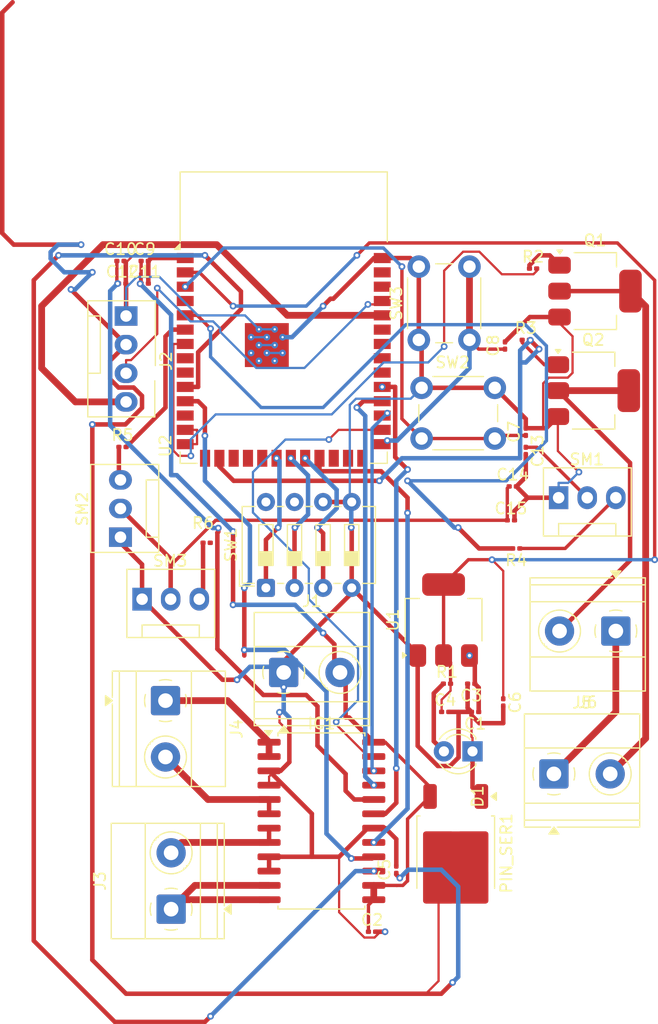
<source format=kicad_pcb>
(kicad_pcb (version 20241229) (generator "pcbnew") (generator_version "9.0")
  (layers (0 "F.Cu" signal) (2 "B.Cu" signal) (13 "F.Paste" user) (15 "B.Paste" user) (5 "F.SilkS" user "F.Silkscreen") (7 "B.SilkS" user "B.Silkscreen") (1 "F.Mask" user) (3 "B.Mask" user) (25 "Edge.Cuts" user))
  (net 0 "")
  (net 1 "+3.3V")
  (net 2 "GND")
  (net 3 "Net-(U1-VI)")
  (net 4 "VIN")
  (net 5 "+5")
  (net 6 "Net-(J5-Pin_2)")
  (net 7 "Net-(Q1-B)")
  (net 8 "Net-(Q2-B)")
  (net 9 "Net-(SM1-Pin_3)")
  (net 10 "VIN_SERV02")
  (net 11 "Net-(SM2-Pin_3)")
  (net 12 "VIN_SERV0")
  (net 13 "Net-(SM3-Pin_3)")
  (net 15 "TX")
  (net 16 "PIN_SERV01")
  (net 17 "PIN_DIP3")
  (net 19 "AIN2")
  (net 21 "PIN_SERV02")
  (net 22 "PWMA")
  (net 25 "PIN_DIP1")
  (net 26 "X")
  (net 28 "BIN1")
  (net 30 "BIN2")
  (net 33 "EN")
  (net 34 "PIN_PS1")
  (net 35 "PIN_PS2")
  (net 36 "BZ")
  (net 37 "STBY")
  (net 38 "RX")
  (net 39 "PWMB")
  (net 40 "PIN_DIP2")
  (net 41 "LAMP")
  (net 43 "AIN1")
  (net 45 "BT")
  (net 50 "Net-(IC1-VCC)")
  (net 51 "Net-(D1-A)")
  (net 52 "MA1")
  (net 53 "MB2")
  (net 54 "MB1")
  (net 55 "MA2")
  (net 56 "VIN-SERVO")
  (net 57 "Net-(J6-Pin_2)")
  (net 58 "PIN_SERV03")
  (footprint "Resistor_SMD:R_0201_0603Metric" (layer "F.Cu") (at 184.15 41.6725)
    (property "Reference" "R2")
    (property "Value" "1K")
  )
  (footprint "Connector:FanPinHeader_1x03_P2.54mm_Vertical" (layer "F.Cu") (at 147.5 65.5 90)
    (property "Reference" "SM2")
    (property "Value" "Conn_01x03_Pin")
  )
  (footprint "Package_TO_SOT_SMD:SOT-223-3_TabPin2" (layer "F.Cu") (at 189.5 52.5)
    (property "Reference" "Q2")
    (property "Value" "PZT2222A")
  )
  (footprint "Resistor_SMD:R_0201_0603Metric" (layer "F.Cu") (at 183.5 48)
    (property "Reference" "R3")
    (property "Value" "1K")
  )
  (footprint "Capacitor_SMD:C_0201_0603Metric" (layer "F.Cu") (at 183.5 56.155 90)
    (property "Reference" "C7")
    (property "Value" "0.1uf")
  )
  (footprint "RF_Module:ESP32-S3-WROOM-1" (layer "F.Cu") (at 162 46)
    (property "Reference" "U2")
    (property "Value" "ESP32-S3-WROOM-1")
  )
  (footprint "Capacitor_SMD:C_0201_0603Metric" (layer "F.Cu") (at 182.345 61)
    (property "Reference" "C14")
    (property "Value" "470uf")
  )
  (footprint "Button_Switch_THT:SW_PUSH_6mm_H7.3mm" (layer "F.Cu") (at 174 48 90)
    (property "Reference" "SW3")
    (property "Value" "SW_Push")
  )
  (footprint "Resistor_SMD:R_0201_0603Metric" (layer "F.Cu") (at 147.68 57.5)
    (property "Reference" "R5")
    (property "Value" "330")
  )
  (footprint "Capacitor_SMD:C_0201_0603Metric" (layer "F.Cu") (at 149.655 41)
    (property "Reference" "C9")
    (property "Value" "0.1uf")
  )
  (footprint "TerminalBlock_Phoenix:TerminalBlock_Phoenix_MKDS-1,5-2_1x02_P5.00mm_Horizontal" (layer "F.Cu") (at 151.5 80 -90)
    (property "Reference" "J4")
    (property "Value" "MOTOR2")
  )
  (footprint "Resistor_SMD:R_0201_0603Metric" (layer "F.Cu") (at 176.5 78.5)
    (property "Reference" "R1")
    (property "Value" "R")
  )
  (footprint "Button_Switch_THT:SW_DIP_SPSTx04_Slide_6.7x11.72mm_W7.62mm_P2.54mm_LowProfile" (layer "F.Cu") (at 160.42 70 90)
    (property "Reference" "SW1")
    (property "Value" "SW_DIP_x03")
  )
  (footprint "TerminalBlock_Phoenix:TerminalBlock_Phoenix_MKDS-1,5-2_1x02_P5.00mm_Horizontal" (layer "F.Cu") (at 152 98.5 90)
    (property "Reference" "J3")
    (property "Value" "MOTOT 1")
  )
  (footprint "Connector:FanPinHeader_1x03_P2.54mm_Vertical" (layer "F.Cu") (at 186.42 62)
    (property "Reference" "SM1")
    (property "Value" "Conn_01x03_Pin")
  )
  (footprint "Capacitor_SMD:C_0201_0603Metric" (layer "F.Cu") (at 178.655 78.5 180)
    (property "Reference" "C3")
    (property "Value" "0.1uf")
  )
  (footprint "Package_TO_SOT_SMD:SOT-223-3_TabPin2" (layer "F.Cu") (at 176.2 72.85 90)
    (property "Reference" "U1")
    (property "Value" "AMS1117-3.3")
  )
  (footprint "Capacitor_SMD:C_0201_0603Metric" (layer "F.Cu") (at 183.5 57.845 -90)
    (property "Reference" "C13")
    (property "Value" "470uf")
  )
  (footprint "TerminalBlock_Phoenix:TerminalBlock_Phoenix_MKDS-1,5-2_1x02_P5.00mm_Horizontal" (layer "F.Cu") (at 162 77.5)
    (property "Reference" "J1")
    (property "Value" "Screw_Terminal_01x02")
  )
  (footprint "Capacitor_SMD:C_0201_0603Metric" (layer "F.Cu") (at 169.845 100.5)
    (property "Reference" "C2")
    (property "Value" "0.1uf")
  )
  (footprint "Package_TO_SOT_SMD:SOT-223-3_TabPin2" (layer "F.Cu") (at 189.65 43.6725)
    (property "Reference" "Q1")
    (property "Value" "PZT2222A")
  )
  (footprint "Capacitor_SMD:C_0201_0603Metric" (layer "F.Cu") (at 147.5 41)
    (property "Reference" "C10")
    (property "Value" "0.1uf")
  )
  (footprint "Capacitor_SMD:C_0201_0603Metric" (layer "F.Cu") (at 149.655 43)
    (property "Reference" "C11")
    (property "Value" "10uf")
  )
  (footprint "Capacitor_SMD:C_0201_0603Metric" (layer "F.Cu") (at 147.655 43)
    (property "Reference" "C12")
    (property "Value" "10uf")
  )
  (footprint "TerminalBlock_Phoenix:TerminalBlock_Phoenix_MKDS-1,5-2_1x02_P5.00mm_Horizontal" (layer "F.Cu") (at 186 86.5)
    (property "Reference" "J5")
    (property "Value" "LAMP")
  )
  (footprint "Button_Switch_THT:SW_PUSH_6mm_H7.3mm" (layer "F.Cu") (at 174.25 52.25)
    (property "Reference" "SW2")
    (property "Value" "SW_Push")
  )
  (footprint "Capacitor_SMD:C_0201_0603Metric" (layer "F.Cu") (at 181.5 80.155 -90)
    (property "Reference" "C6")
    (property "Value" "0.1uf")
  )
  (footprint "LED_THT:LED_D3.0mm" (layer "F.Cu") (at 178.77 84.5 180)
    (property "Reference" "D1")
    (property "Value" "LED")
  )
  (footprint "Package_TO_SOT_SMD:TO-252-2" (layer "F.Cu") (at 177.28 93.54 -90)
    (property "Reference" "PIN_SER1")
    (property "Value" "AZ1117D-ADJ")
  )
  (footprint "Capacitor_SMD:C_0201_0603Metric" (layer "F.Cu") (at 181.655 48.5 90)
    (property "Reference" "C8")
    (property "Value" "0.1uf")
  )
  (footprint "TerminalBlock_Phoenix:TerminalBlock_Phoenix_MKDS-1,5-2_1x02_P5.00mm_Horizontal" (layer "F.Cu") (at 191.5 73.8275 180)
    (property "Reference" "J6")
    (property "Value" "BZ")
  )
  (footprint "Resistor_SMD:R_0201_0603Metric" (layer "F.Cu") (at 155.155 66)
    (property "Reference" "R6")
    (property "Value" "330")
  )
  (footprint "Capacitor_SMD:C_0201_0603Metric" (layer "F.Cu") (at 176.345 81)
    (property "Reference" "C4")
    (property "Value" "0.1uf")
  )
  (footprint "Connector:FanPinHeader_1x04_P2.54mm_Vertical" (layer "F.Cu") (at 148 45.88 -90)
    (property "Reference" "J2")
    (property "Value" "Conn_01x04_Pin")
  )
  (footprint "Capacitor_SMD:C_0201_0603Metric" (layer "F.Cu") (at 182.18 64)
    (property "Reference" "C15")
    (property "Value" "470uf")
  )
  (footprint "Connector:FanPinHeader_1x03_P2.54mm_Vertical" (layer "F.Cu") (at 149.42 71)
    (property "Reference" "SM3")
    (property "Value" "Conn_01x03_Pin")
  )
  (footprint "Capacitor_SMD:C_0201_0603Metric" (layer "F.Cu") (at 179 81 180)
    (property "Reference" "C1")
    (property "Value" "0.1uf")
  )
  (footprint "Capacitor_SMD:C_0201_0603Metric" (layer "F.Cu") (at 172 95 90)
    (property "Reference" "C5")
    (property "Value" "0.1uf")
  )
  (footprint "Resistor_SMD:R_0201_0603Metric" (layer "F.Cu") (at 182.655 66.5 180)
    (property "Reference" "R4")
    (property "Value" "330")
  )
  (footprint "Package_SO:SOIC-24W_7.5x15.4mm_P1.27mm" (layer "F.Cu") (at 165.35 90.675)
    (property "Reference" "IC1")
    (property "Value" "TB6612FNG,C,8,EL")
  )
  (segment (start 181.5 68.5) (end 180.5 67.5) (width 0.2) (layer "F.Cu") (net 1))
  (segment (start 181.5 79.835) (end 181.5 68.5) (width 0.2) (layer "F.Cu") (net 1))
  (segment (start 178.4 67.5) (end 176.2 69.7) (width 0.3) (layer "F.Cu") (net 1))
  (segment (start 194.951 42.7127) (end 194.951 67.5) (width 0.3) (layer "F.Cu") (net 1))
  (segment (start 176.025 79.9181) (end 176.025 81) (width 0.2) (layer "F.Cu") (net 1))
  (segment (start 168.5 40.5) (end 169.599 39.401) (width 0.3) (layer "F.Cu") (net 1))
  (segment (start 153.25 42.01) (end 154.51 42.01) (width 0.3) (layer "F.Cu") (net 1))
  (segment (start 176.2 69.7) (end 176.2 76) (width 0.3) (layer "F.Cu") (net 1))
  (segment (start 176.82 78.5) (end 176.82 79.1231) (width 0.2) (layer "F.Cu") (net 1))
  (segment (start 176.82 79.1231) (end 176.025 79.9181) (width 0.2) (layer "F.Cu") (net 1))
  (segment (start 169.599 39.401) (end 191.639 39.401) (width 0.3) (layer "F.Cu") (net 1))
  (segment (start 176.2 76) (end 176.82 76.62) (width 0.3) (layer "F.Cu") (net 1))
  (segment (start 191.639 39.401) (end 194.951 42.7127) (width 0.3) (layer "F.Cu") (net 1))
  (segment (start 180.5 67.5) (end 178.4 67.5) (width 0.3) (layer "F.Cu") (net 1))
  (segment (start 176.82 76.62) (end 176.82 78.5) (width 0.3) (layer "F.Cu") (net 1))
  (segment (start 154.51 42.01) (end 157.5 45) (width 0.3) (layer "F.Cu") (net 1))
  (via (at 157.5 45) (size 0.6) (drill 0.3) (layers "F.Cu" "B.Cu") (net 1))
  (via (at 194.951 67.5) (size 0.6) (drill 0.3) (layers "F.Cu" "B.Cu") (net 1))
  (via (at 180.5 67.5) (size 0.6) (drill 0.3) (layers "F.Cu" "B.Cu") (net 1))
  (via (at 168.5 40.5) (size 0.6) (drill 0.3) (layers "F.Cu" "B.Cu") (net 1))
  (segment (start 164 45) (end 168.5 40.5) (width 0.3) (layer "B.Cu") (net 1))
  (segment (start 157.5 45) (end 164 45) (width 0.3) (layer "B.Cu") (net 1))
  (segment (start 194.951 67.5) (end 180.5 67.5) (width 0.3) (layer "B.Cu") (net 1))
  (segment (start 183.5 60.165) (end 182.665 61) (width 0.4) (layer "F.Cu") (net 2))
  (segment (start 183.5 55.835) (end 183.5 55) (width 0.4) (layer "F.Cu") (net 2))
  (segment (start 170.75 40.74) (end 170.018 40.74) (width 0.4) (layer "F.Cu") (net 2))
  (segment (start 149.42 67.92) (end 149.42 71) (width 0.4) (layer "F.Cu") (net 2))
  (segment (start 177.531 85.0389) (end 177.531 81.031) (width 0.4) (layer "F.Cu") (net 2))
  (segment (start 161.5 77) (end 162 77.5) (width 0.4) (layer "F.Cu") (net 2))
  (segment (start 186.42 62) (end 183.665 62) (width 0.4) (layer "F.Cu") (net 2))
  (segment (start 171 100.5) (end 170.582 100.5) (width 0.4) (layer "F.Cu") (net 2))
  (segment (start 150.235 40.74) (end 149.975 41) (width 0.4) (layer "F.Cu") (net 2))
  (segment (start 159.8 48.46) (end 159.8 49.86) (width 0.2) (layer "F.Cu") (net 2))
  (segment (start 151.758 40.473) (end 148.657 40.473) (width 0.2) (layer "F.Cu") (net 2))
  (segment (start 160.7 86.23) (end 164.5 90.03) (width 0.4) (layer "F.Cu") (net 2))
  (segment (start 183.665 62) (end 182.665 61) (width 0.4) (layer "F.Cu") (net 2))
  (segment (start 171.025 91.31) (end 170 91.31) (width 0.4) (layer "F.Cu") (net 2))
  (segment (start 185.548 51.35) (end 185.047 51.8511) (width 0.2) (layer "F.Cu") (net 2))
  (segment (start 178.68 83.2083) (end 178.77 83.2983) (width 0.2) (layer "F.Cu") (net 2))
  (segment (start 168.04 62.38) (end 165.5 62.38) (width 0.4) (layer "F.Cu") (net 2))
  (segment (start 178.335 80.655) (end 178.335 78.5) (width 0.4) (layer "F.Cu") (net 2))
  (segment (start 173.9 76) (end 173.9 84.0099) (width 0.4) (layer "F.Cu") (net 2))
  (segment (start 168.04 70) (end 168.04 70.46) (width 0.4) (layer "F.Cu") (net 2))
  (segment (start 174.25 48.25) (end 174 48) (width 0.4) (layer "F.Cu") (net 2))
  (segment (start 175.691 85.801) (end 176.769 85.801) (width 0.4) (layer "F.Cu") (net 2))
  (segment (start 176.665 81) (end 177.5 81) (width 0.4) (layer "F.Cu") (net 2))
  (segment (start 177.5 81) (end 178.68 81) (width 0.4) (layer "F.Cu") (net 2))
  (segment (start 185.047 55.8335) (end 185.048 55.835) (width 0.2) (layer "F.Cu") (net 2))
  (segment (start 161.2 47.06) (end 161.2 48.46) (width 0.2) (layer "F.Cu") (net 2))
  (segment (start 187.656 47.6796) (end 187.656 50.9232) (width 0.2) (layer "F.Cu") (net 2))
  (segment (start 153.25 40.74) (end 152.025 40.74) (width 0.4) (layer "F.Cu") (net 2))
  (segment (start 161.212 86.23) (end 160.7 86.7425) (width 0.2) (layer "F.Cu") (net 2))
  (segment (start 168.04 64.69) (end 168 64.65) (width 0.4) (layer "F.Cu") (net 2))
  (segment (start 168.04 70) (end 168.04 64.69) (width 0.4) (layer "F.Cu") (net 2))
  (segment (start 168.04 70.46) (end 161.5 77) (width 0.4) (layer "F.Cu") (net 2))
  (segment (start 178.68 81.3013) (end 178.68 83.2083) (width 0.2) (layer "F.Cu") (net 2))
  (segment (start 162.5 85.455) (end 161.725 86.23) (width 0.4) (layer "F.Cu") (net 2))
  (segment (start 181.5 80.475) (end 181.5 82) (width 0.4) (layer "F.Cu") (net 2))
  (segment (start 161.627 81.9324) (end 161.627 81.0326) (width 0.2) (layer "F.Cu") (net 2))
  (segment (start 164.5 93.85) (end 166.922 93.85) (width 0.4) (layer "F.Cu") (net 2))
  (segment (start 160.5 49.16) (end 160.5 48.46) (width 0.2) (layer "F.Cu") (net 2))
  (segment (start 149.42 71) (end 156.569 78.1492) (width 0.4) (layer "F.Cu") (net 2))
  (segment (start 188.221 59.7259) (end 186.35 57.855) (width 0.2) (layer "F.Cu") (net 2))
  (segment (start 161.9 47.76) (end 161.9 49.16) (width 0.2) (layer "F.Cu") (net 2))
  (segment (start 182.5 64) (end 182.5 63.165) (width 0.4) (layer "F.Cu") (net 2))
  (segment (start 178.77 84.5) (end 178.77 87.71) (width 0.4) (layer "F.Cu") (net 2))
  (segment (start 187.229 51.35) (end 185.548 51.35) (width 0.2) (layer "F.Cu") (net 2))
  (segment (start 174 48) (end 174 41.5) (width 0.4) (layer "F.Cu") (net 2))
  (segment (start 169.462 91.31) (end 170 91.31) (width 0.4) (layer "F.Cu") (net 2))
  (segment (start 185.315 55.835) (end 186.35 54.8) (width 0.4) (layer "F.Cu") (net 2))
  (segment (start 166.15 44.35) (end 165.5 45) (width 0.4) (layer "F.Cu") (net 2))
  (segment (start 161.212 86.23) (end 160.7 86.23) (width 0.4) (layer "F.Cu") (net 2))
  (segment (start 183.5 55) (end 180.75 52.25) (width 0.4) (layer "F.Cu") (net 2))
  (segment (start 160.7 93.85) (end 164.5 93.85) (width 0.4) (layer "F.Cu") (net 2))
  (segment (start 178.77 87.71) (end 179.56 88.5) (width 0.4) (layer "F.Cu") (net 2))
  (segment (start 173.9 84.0099) (end 175.691 85.801) (width 0.4) (layer "F.Cu") (net 2))
  (segment (start 185.948 45.9725) (end 183.862 45.9725) (width 0.4) (layer "F.Cu") (net 2))
  (segment (start 178.68 81) (end 178.335 80.655) (width 0.4) (layer "F.Cu") (net 2))
  (segment (start 169.168 101.015) (end 166.922 98.7689) (width 0.2) (layer "F.Cu") (net 2))
  (segment (start 183.5 55.835) (end 185.048 55.835) (width 0.4) (layer "F.Cu") (net 2))
  (segment (start 170.582 100.5) (end 170.165 100.5) (width 0.4) (layer "F.Cu") (net 2))
  (segment (start 183.5 58.165) (end 183.5 60.165) (width 0.4) (layer "F.Cu") (net 2))
  (segment (start 148.657 40.473) (end 147.975 41.155) (width 0.2) (layer "F.Cu") (net 2))
  (segment (start 181.5 82) (end 179.379 82) (width 0.4) (layer "F.Cu") (net 2))
  (segment (start 174.25 52.25) (end 174.25 48.25) (width 0.4) (layer "F.Cu") (net 2))
  (segment (start 148 43.025) (end 147.975 43) (width 0.4) (layer "F.Cu") (net 2))
  (segment (start 166.922 93.85) (end 169.462 91.31) (width 0.4) (layer "F.Cu") (net 2))
  (segment (start 187.656 50.9232) (end 187.229 51.35) (width 0.2) (layer "F.Cu") (net 2))
  (segment (start 162.5 82.8053) (end 161.627 81.9324) (width 0.2) (layer "F.Cu") (net 2))
  (segment (start 162.5 82.8053) (end 162.5 85.455) (width 0.4) (layer "F.Cu") (net 2))
  (segment (start 179.379 82) (end 178.68 81.3013) (width 0.4) (layer "F.Cu") (net 2))
  (segment (start 164.5 90.03) (end 164.5 93.85) (width 0.4) (layer "F.Cu") (net 2))
  (segment (start 147.5 65.5) (end 147.5 66) (width 0.4) (layer "F.Cu") (net 2))
  (segment (start 180.75 52.25) (end 174.25 52.25) (width 0.4) (layer "F.Cu") (net 2))
  (segment (start 178.68 81.3013) (end 178.68 81) (width 0.4) (layer "F.Cu") (net 2))
  (segment (start 161.2 49.86) (end 161.2 48.46) (width 0.2) (layer "F.Cu") (net 2))
  (segment (start 166.922 98.7689) (end 166.922 93.85) (width 0.2) (layer "F.Cu") (net 2))
  (segment (start 149.975 43) (end 149.975 41) (width 0.4) (layer "F.Cu") (net 2))
  (segment (start 147.975 41.155) (end 147.975 43) (width 0.4) (layer "F.Cu") (net 2))
  (segment (start 160.5 48.46) (end 160.5 47.76) (width 0.2) (layer "F.Cu") (net 2))
  (segment (start 170.018 40.74) (end 166.408 44.35) (width 0.4) (layer "F.Cu") (net 2))
  (segment (start 182.5 63.165) (end 183.665 62) (width 0.4) (layer "F.Cu") (net 2))
  (segment (start 185.048 55.835) (end 185.315 55.835) (width 0.4) (layer "F.Cu") (net 2))
  (segment (start 160.7 86.7425) (end 160.7 87.5) (width 0.2) (layer "F.Cu") (net 2))
  (segment (start 178.77 84.5) (end 178.77 83.2983) (width 0.2) (layer "F.Cu") (net 2))
  (segment (start 186.5 45.9725) (end 185.948 45.9725) (width 0.4) (layer "F.Cu") (net 2))
  (segment (start 170.067 101.015) (end 169.168 101.015) (width 0.2) (layer "F.Cu") (net 2))
  (segment (start 147.82 41) (end 147.975 41.155) (width 0.4) (layer "F.Cu") (net 2))
  (segment (start 147.5 66) (end 149.42 67.92) (width 0.4) (layer "F.Cu") (net 2))
  (segment (start 166.408 44.35) (end 166.15 44.35) (width 0.4) (layer "F.Cu") (net 2))
  (segment (start 156.569 78.1492) (end 157.851 78.1492) (width 0.4) (layer "F.Cu") (net 2))
  (segment (start 173.24 40.74) (end 170.75 40.74) (width 0.4) (layer "F.Cu") (net 2))
  (segment (start 152.025 40.74) (end 150.235 40.74) (width 0.4) (layer "F.Cu") (net 2))
  (segment (start 172 94.68) (end 172 92.285) (width 0.4) (layer "F.Cu") (net 2))
  (segment (start 173.9 75.86) (end 173.9 76) (width 0.4) (layer "F.Cu") (net 2))
  (segment (start 170.582 100.5) (end 170.067 101.015) (width 0.2) (layer "F.Cu") (net 2))
  (segment (start 162.5 81.5) (end 162.5 82.8053) (width 0.4) (layer "F.Cu") (net 2))
  (segment (start 183.862 45.9725) (end 181.655 48.18) (width 0.4) (layer "F.Cu") (net 2))
  (segment (start 160.7 95.12) (end 160.7 93.85) (width 0.4) (layer "F.Cu") (net 2))
  (segment (start 174 41.5) (end 173.24 40.74) (width 0.4) (layer "F.Cu") (net 2))
  (segment (start 185.047 51.8511) (end 185.047 55.8335) (width 0.2) (layer "F.Cu") (net 2))
  (segment (start 185.948 45.9725) (end 187.656 47.6796) (width 0.2) (layer "F.Cu") (net 2))
  (segment (start 186.35 57.855) (end 186.35 54.8) (width 0.2) (layer "F.Cu") (net 2))
  (segment (start 159.1 49.16) (end 159.1 47.76) (width 0.2) (layer "F.Cu") (net 2))
  (segment (start 161.725 86.23) (end 161.212 86.23) (width 0.4) (layer "F.Cu") (net 2))
  (segment (start 176.769 85.801) (end 177.531 85.0389) (width 0.4) (layer "F.Cu") (net 2))
  (segment (start 168.04 70) (end 173.9 75.86) (width 0.4) (layer "F.Cu") (net 2))
  (segment (start 172 92.285) (end 171.025 91.31) (width 0.4) (layer "F.Cu") (net 2))
  (segment (start 148 45.88) (end 148 43.025) (width 0.4) (layer "F.Cu") (net 2))
  (segment (start 177.531 81.031) (end 177.5 81) (width 0.4) (layer "F.Cu") (net 2))
  (segment (start 152.025 40.74) (end 151.758 40.473) (width 0.2) (layer "F.Cu") (net 2))
  (segment (start 162 77.5) (end 162 78.8) (width 0.4) (layer "F.Cu") (net 2))
  (via (at 188.221 59.7259) (size 0.6) (drill 0.3) (layers "F.Cu" "B.Cu") (net 2))
  (via (at 165.5 45) (size 0.6) (drill 0.3) (layers "F.Cu" "B.Cu") (net 2))
  (via (at 168 64.65) (size 0.6) (drill 0.3) (layers "F.Cu" "B.Cu") (net 2))
  (via (at 171 100.5) (size 0.6) (drill 0.3) (layers "F.Cu" "B.Cu") (net 2))
  (via (at 157.851 78.1492) (size 0.6) (drill 0.3) (layers "F.Cu" "B.Cu") (net 2))
  (via (at 161.627 81.0326) (size 0.6) (drill 0.3) (layers "F.Cu" "B.Cu") (net 2))
  (via (at 162 78.8) (size 0.6) (drill 0.3) (layers "F.Cu" "B.Cu") (net 2))
  (segment (start 158.567 45.827) (end 154.378 45.827) (width 0.2) (layer "B.Cu") (net 2))
  (segment (start 167.869 62.2093) (end 167.869 53.7668) (width 0.2) (layer "B.Cu") (net 2))
  (segment (start 161.5 77) (end 162 77.5) (width 0.2) (layer "B.Cu") (net 2))
  (segment (start 186.42 60.6833) (end 187.264 60.6833) (width 0.2) (layer "B.Cu") (net 2))
  (segment (start 161.9 49.16) (end 160.5 49.16) (width 0.2) (layer "B.Cu") (net 2))
  (segment (start 168.04 62.38) (end 167.869 62.2093) (width 0.2) (layer "B.Cu") (net 2))
  (segment (start 162.74 47.76) (end 161.9 47.76) (width 0.4) (layer "B.Cu") (net 2))
  (segment (start 165.5 45) (end 162.74 47.76) (width 0.4) (layer "B.Cu") (net 2))
  (segment (start 187.264 60.6833) (end 188.221 59.7259) (width 0.2) (layer "B.Cu") (net 2))
  (segment (start 157.851 78.1492) (end 159 77) (width 0.4) (layer "B.Cu") (net 2))
  (segment (start 162 81) (end 162.5 81.5) (width 0.4) (layer "B.Cu") (net 2))
  (segment (start 161.627 81.0326) (end 161.967 81.0326) (width 0.2) (layer "B.Cu") (net 2))
  (segment (start 173.282 53.2179) (end 174.25 52.25) (width 0.2) (layer "B.Cu") (net 2))
  (segment (start 148.957 42.4082) (end 148 43.3649) (width 0.2) (layer "B.Cu") (net 2))
  (segment (start 159.1 47.76) (end 160.5 47.76) (width 0.2) (layer "B.Cu") (net 2))
  (segment (start 161.967 81.0326) (end 162 81) (width 0.2) (layer "B.Cu") (net 2))
  (segment (start 148 43.3649) (end 148 45.88) (width 0.2) (layer "B.Cu") (net 2))
  (segment (start 161.2 48.46) (end 159.8 48.46) (width 0.2) (layer "B.Cu") (net 2))
  (segment (start 159.8 47.06) (end 158.567 45.827) (width 0.2) (layer "B.Cu") (net 2))
  (segment (start 168.418 53.2179) (end 173.282 53.2179) (width 0.2) (layer "B.Cu") (net 2))
  (segment (start 154.378 45.827) (end 150.959 42.4082) (width 0.2) (layer "B.Cu") (net 2))
  (segment (start 159 77) (end 161.5 77) (width 0.4) (layer "B.Cu") (net 2))
  (segment (start 150.959 42.4082) (end 148.957 42.4082) (width 0.2) (layer "B.Cu") (net 2))
  (segment (start 168 62.42) (end 168.04 62.38) (width 0.4) (layer "B.Cu") (net 2))
  (segment (start 168 64.65) (end 168 62.42) (width 0.4) (layer "B.Cu") (net 2))
  (segment (start 162 78.8) (end 162 81) (width 0.4) (layer "B.Cu") (net 2))
  (segment (start 167.869 53.7668) (end 168.418 53.2179) (width 0.2) (layer "B.Cu") (net 2))
  (segment (start 161.2 47.06) (end 159.8 47.06) (width 0.2) (layer "B.Cu") (net 2))
  (segment (start 186.42 62) (end 186.42 60.6833) (width 0.2) (layer "B.Cu") (net 2))
  (segment (start 179.32 78.845) (end 178.975 78.5) (width 0.4) (layer "F.Cu") (net 3))
  (segment (start 178.975 78.5) (end 178.975 76.475) (width 0.4) (layer "F.Cu") (net 3))
  (segment (start 178.975 76.475) (end 178.5 76) (width 0.4) (layer "F.Cu") (net 3))
  (segment (start 179.32 81) (end 179.32 78.845) (width 0.4) (layer "F.Cu") (net 3))
  (via (at 178.5 76) (size 0.6) (drill 0.3) (layers "F.Cu" "B.Cu") (net 3))
  (segment (start 170 83.69) (end 167.81 81.5) (width 0.4) (layer "F.Cu") (net 4))
  (segment (start 172.964 96) (end 172.964 96.0097) (width 0.3) (layer "F.Cu") (net 4))
  (segment (start 172.583 96.391) (end 172.044 96.391) (width 0.3) (layer "F.Cu") (net 4))
  (segment (start 167.5 78) (end 167 77.5) (width 0.4) (layer "F.Cu") (net 4))
  (segment (start 170 96.39) (end 170 97.66) (width 0.6) (layer "F.Cu") (net 4))
  (segment (start 167 77.5) (end 166.5 77) (width 0.4) (layer "F.Cu") (net 4))
  (segment (start 167.5 81.5) (end 167.5 78) (width 0.4) (layer "F.Cu") (net 4))
  (segment (start 166.5 77) (end 166.5 75) (width 0.4) (layer "F.Cu") (net 4))
  (segment (start 149.335 41) (end 149.335 43) (width 0.3) (layer "F.Cu") (net 4))
  (segment (start 166.5 75) (end 165.5 74) (width 0.4) (layer "F.Cu") (net 4))
  (segment (start 169.525 100.5) (end 169.525 98.135) (width 0.3) (layer "F.Cu") (net 4))
  (segment (start 149.245 42.09) (end 149.245 43.018) (width 0.2) (layer "F.Cu") (net 4))
  (segment (start 149.335 42) (end 149.245 42.09) (width 0.2) (layer "F.Cu") (net 4))
  (segment (start 172.964 96.0097) (end 172.583 96.391) (width 0.3) (layer "F.Cu") (net 4))
  (segment (start 171.025 83.69) (end 175 87.665) (width 0.3) (layer "F.Cu") (net 4))
  (segment (start 175 88.5) (end 173 90.5) (width 0.3) (layer "F.Cu") (net 4))
  (segment (start 170 83.69) (end 171.025 83.69) (width 0.3) (layer "F.Cu") (net 4))
  (segment (start 172.043 96.39) (end 170 96.39) (width 0.3) (layer "F.Cu") (net 4))
  (segment (start 173 96) (end 172.964 96) (width 0.3) (layer "F.Cu") (net 4))
  (segment (start 169.525 98.135) (end 170 97.66) (width 0.3) (layer "F.Cu") (net 4))
  (segment (start 175 87.665) (end 175 88.5) (width 0.3) (layer "F.Cu") (net 4))
  (segment (start 157.5 71.5) (end 157.5 65) (width 0.4) (layer "F.Cu") (net 4))
  (segment (start 167.81 81.5) (end 167.5 81.5) (width 0.4) (layer "F.Cu") (net 4))
  (segment (start 172.044 96.391) (end 172.043 96.39) (width 0.3) (layer "F.Cu") (net 4))
  (segment (start 173 90.5) (end 173 96) (width 0.3) (layer "F.Cu") (net 4))
  (via (at 157.5 65) (size 0.6) (drill 0.3) (layers "F.Cu" "B.Cu") (net 4))
  (via (at 157.5 71.5) (size 0.6) (drill 0.3) (layers "F.Cu" "B.Cu") (net 4))
  (via (at 149.245 43.018) (size 0.6) (drill 0.3) (layers "F.Cu" "B.Cu") (net 4))
  (via (at 165.5 74) (size 0.6) (drill 0.3) (layers "F.Cu" "B.Cu") (net 4))
  (segment (start 157.5 65) (end 152.5 60) (width 0.4) (layer "B.Cu") (net 4))
  (segment (start 152.5 60) (end 152 60) (width 0.4) (layer "B.Cu") (net 4))
  (segment (start 152 45.773) (end 149.245 43.018) (width 0.4) (layer "B.Cu") (net 4))
  (segment (start 152 60) (end 152 45.773) (width 0.4) (layer "B.Cu") (net 4))
  (segment (start 163 71.5) (end 157.5 71.5) (width 0.4) (layer "B.Cu") (net 4))
  (segment (start 165.5 74) (end 163 71.5) (width 0.4) (layer "B.Cu") (net 4))
  (segment (start 177 105) (end 176 106) (width 0.4) (layer "F.Cu") (net 5))
  (segment (start 174.625 106) (end 175.755 104.87) (width 0.2) (layer "F.Cu") (net 5))
  (segment (start 146.584 49.836) (end 148 48.42) (width 0.4) (layer "F.Cu") (net 5))
  (segment (start 147.326 52.226) (end 146.584 51.4844) (width 0.4) (layer "F.Cu") (net 5))
  (segment (start 148 48.42) (end 143.106 43.5257) (width 0.4) (layer "F.Cu") (net 5))
  (segment (start 172 95.4268) (end 172 95.32) (width 0.4) (layer "F.Cu") (net 5))
  (segment (start 178.805 96.475) (end 178.805 93.125) (width 0.2) (layer "F.Cu") (net 5))
  (segment (start 145 103) (end 145 55.5) (width 0.4) (layer "F.Cu") (net 5))
  (segment (start 137 18.9657) (end 137 38.5343) (width 0.4) (layer "F.Cu") (net 5))
  (segment (start 137.917 18.049) (end 137 18.9657) (width 0.4) (layer "F.Cu") (net 5))
  (segment (start 148.674 52.226) (end 147.326 52.226) (width 0.4) (layer "F.Cu") (net 5))
  (segment (start 145 55.5) (end 147.94 55.5) (width 0.4) (layer "F.Cu") (net 5))
  (segment (start 146.584 51.4844) (end 146.584 49.836) (width 0.4) (layer "F.Cu") (net 5))
  (segment (start 172.313 95.74) (end 172 95.4268) (width 0.4) (layer "F.Cu") (net 5))
  (segment (start 149.416 52.9676) (end 148.674 52.226) (width 0.4) (layer "F.Cu") (net 5))
  (segment (start 138.016 39.55) (end 144 39.55) (width 0.4) (layer "F.Cu") (net 5))
  (segment (start 176 106) (end 174.625 106) (width 0.4) (layer "F.Cu") (net 5))
  (segment (start 175.755 96.475) (end 175.755 93.125) (width 0.2) (layer "F.Cu") (net 5))
  (segment (start 147.94 55.5) (end 149.416 54.0244) (width 0.4) (layer "F.Cu") (net 5))
  (segment (start 149.416 54.0244) (end 149.416 52.9676) (width 0.4) (layer "F.Cu") (net 5))
  (segment (start 137 38.5343) (end 138.016 39.55) (width 0.4) (layer "F.Cu") (net 5))
  (segment (start 148 106) (end 145 103) (width 0.4) (layer "F.Cu") (net 5))
  (segment (start 175.755 104.87) (end 175.755 96.475) (width 0.2) (layer "F.Cu") (net 5))
  (segment (start 174.625 106) (end 148 106) (width 0.4) (layer "F.Cu") (net 5))
  (via (at 144 39.55) (size 0.6) (drill 0.3) (layers "F.Cu" "B.Cu") (net 5))
  (via (at 177 105) (size 0.6) (drill 0.3) (layers "F.Cu" "B.Cu") (net 5))
  (via (at 148 48.42) (size 0.6) (drill 0.3) (layers "F.Cu" "B.Cu") (net 5))
  (via (at 145 42) (size 0.6) (drill 0.3) (layers "F.Cu" "B.Cu") (net 5))
  (via (at 172.313 95.74) (size 0.6) (drill 0.3) (layers "F.Cu" "B.Cu") (net 5))
  (via (at 143.106 43.5257) (size 0.6) (drill 0.3) (layers "F.Cu" "B.Cu") (net 5))
  (via (at 145 55.5) (size 0.6) (drill 0.3) (layers "F.Cu" "B.Cu") (net 5))
  (segment (start 177.5 104.5) (end 177 105) (width 0.4) (layer "B.Cu") (net 5))
  (segment (start 173.053 95) (end 176 95) (width 0.4) (layer "B.Cu") (net 5))
  (segment (start 141.959 39.55) (end 141.299 40.2096) (width 0.4) (layer "B.Cu") (net 5))
  (segment (start 172.313 95.74) (end 173.053 95) (width 0.4) (layer "B.Cu") (net 5))
  (segment (start 144 39.55) (end 141.959 39.55) (width 0.4) (layer "B.Cu") (net 5))
  (segment (start 177.5 96.5) (end 177.5 104.5) (width 0.4) (layer "B.Cu") (net 5))
  (segment (start 141.299 40.2096) (end 141.299 40.7904) (width 0.4) (layer "B.Cu") (net 5))
  (segment (start 145 42) (end 143.474 43.5257) (width 0.4) (layer "B.Cu") (net 5))
  (segment (start 176 95) (end 177.5 96.5) (width 0.4) (layer "B.Cu") (net 5))
  (segment (start 141.299 40.7904) (end 142.509 42) (width 0.4) (layer "B.Cu") (net 5))
  (segment (start 143.474 43.5257) (end 143.106 43.5257) (width 0.4) (layer "B.Cu") (net 5))
  (segment (start 142.509 42) (end 145 42) (width 0.4) (layer "B.Cu") (net 5))
  (segment (start 191 86.5) (end 194.151 83.349) (width 0.6) (layer "F.Cu") (net 6))
  (segment (start 194.151 45.0235) (end 192.8 43.6725) (width 0.6) (layer "F.Cu") (net 6))
  (segment (start 186.5 43.6725) (end 192.8 43.6725) (width 0.4) (layer "F.Cu") (net 6))
  (segment (start 194.151 83.349) (end 194.151 45.0235) (width 0.6) (layer "F.Cu") (net 6))
  (segment (start 185.628 40.5) (end 186.5 41.3725) (width 0.4) (layer "F.Cu") (net 7))
  (segment (start 184.701 40.5) (end 185.628 40.5) (width 0.4) (layer "F.Cu") (net 7))
  (segment (start 183.83 41.6725) (end 183.83 41.3712) (width 0.4) (layer "F.Cu") (net 7))
  (segment (start 183.83 41.3712) (end 184.701 40.5) (width 0.4) (layer "F.Cu") (net 7))
  (segment (start 183.18 48.2306) (end 185.149 50.2) (width 0.3) (layer "F.Cu") (net 8))
  (segment (start 185.149 50.2) (end 186.35 50.2) (width 0.3) (layer "F.Cu") (net 8))
  (segment (start 183.18 48) (end 183.18 48.2306) (width 0.3) (layer "F.Cu") (net 8))
  (segment (start 187 66.5) (end 182.975 66.5) (width 0.3) (layer "F.Cu") (net 9))
  (segment (start 191.5 62) (end 187 66.5) (width 0.3) (layer "F.Cu") (net 9))
  (segment (start 188.96 62) (end 184.485 57.525) (width 0.3) (layer "F.Cu") (net 10))
  (segment (start 184.485 57.525) (end 183.5 57.525) (width 0.3) (layer "F.Cu") (net 10))
  (segment (start 147.36 57.5) (end 147.36 60.28) (width 0.4) (layer "F.Cu") (net 11))
  (segment (start 147.36 60.28) (end 147.5 60.42) (width 0.4) (layer "F.Cu") (net 11))
  (segment (start 151.96 67.42) (end 151.96 68) (width 0.4) (layer "F.Cu") (net 12))
  (segment (start 147.5 62.96) (end 151.96 67.42) (width 0.4) (layer "F.Cu") (net 12))
  (segment (start 181.86 61.165) (end 181.86 64) (width 0.3) (layer "F.Cu") (net 12))
  (segment (start 182.025 61) (end 181.86 61.165) (width 0.3) (layer "F.Cu") (net 12))
  (segment (start 155.96 64) (end 151.96 68) (width 0.3) (layer "F.Cu") (net 12))
  (segment (start 181.86 64) (end 155.96 64) (width 0.3) (layer "F.Cu") (net 12))
  (segment (start 151.96 68) (end 151.96 71) (width 0.4) (layer "F.Cu") (net 12))
  (segment (start 154.835 70.665) (end 154.5 71) (width 0.4) (layer "F.Cu") (net 13))
  (segment (start 154.835 66) (end 154.835 70.665) (width 0.4) (layer "F.Cu") (net 13))
  (segment (start 148 50.96) (end 148 49.7933) (width 0.2) (layer "F.Cu") (net 15))
  (segment (start 148.438 49.7933) (end 150.769 47.4618) (width 0.2) (layer "F.Cu") (net 15))
  (segment (start 170.449 44.8508) (end 169.479 44.8508) (width 0.2) (layer "F.Cu") (net 15))
  (segment (start 170.75 44.55) (end 170.449 44.8508) (width 0.2) (layer "F.Cu") (net 15))
  (segment (start 148 49.7933) (end 148.438 49.7933) (width 0.2) (layer "F.Cu") (net 15))
  (segment (start 150.769 47.4618) (end 150.769 43.4061) (width 0.2) (layer "F.Cu") (net 15))
  (via (at 150.769 43.4061) (size 0.6) (drill 0.3) (layers "F.Cu" "B.Cu") (net 15))
  (via (at 169.479 44.8508) (size 0.6) (drill 0.3) (layers "F.Cu" "B.Cu") (net 15))
  (segment (start 156.357 46.9828) (end 155.733 46.3593) (width 0.2) (layer "B.Cu") (net 15))
  (segment (start 155.733 46.3593) (end 153.722 46.3593) (width 0.2) (layer "B.Cu") (net 15))
  (segment (start 169.479 44.8508) (end 163.841 50.4895) (width 0.2) (layer "B.Cu") (net 15))
  (segment (start 159.562 50.4895) (end 156.357 47.2845) (width 0.2) (layer "B.Cu") (net 15))
  (segment (start 153.722 46.3593) (end 150.769 43.4061) (width 0.2) (layer "B.Cu") (net 15))
  (segment (start 156.357 47.2845) (end 156.357 46.9828) (width 0.2) (layer "B.Cu") (net 15))
  (segment (start 163.841 50.4895) (end 159.562 50.4895) (width 0.2) (layer "B.Cu") (net 15))
  (segment (start 182.335 66.5) (end 179.35 66.5) (width 0.4) (layer "F.Cu") (net 16))
  (segment (start 154.32 45.82) (end 155.501 47.0007) (width 0.3) (layer "F.Cu") (net 16))
  (segment (start 153.25 45.82) (end 154.32 45.82) (width 0.3) (layer "F.Cu") (net 16))
  (segment (start 179.35 66.5) (end 177.5 64.65) (width 0.4) (layer "F.Cu") (net 16))
  (via (at 173 60.5) (size 0.6) (drill 0.3) (layers "F.Cu" "B.Cu") (net 16))
  (via (at 155.501 47.0007) (size 0.6) (drill 0.3) (layers "F.Cu" "B.Cu") (net 16))
  (via (at 177.5 64.65) (size 0.6) (drill 0.3) (layers "F.Cu" "B.Cu") (net 16))
  (segment (start 155.501 47.0007) (end 155.501 49.5007) (width 0.3) (layer "B.Cu") (net 16))
  (segment (start 172.851 46.649) (end 183.455 46.649) (width 0.3) (layer "B.Cu") (net 16))
  (segment (start 185.335 48.5296) (end 185.335 56.9439) (width 0.3) (layer "B.Cu") (net 16))
  (segment (start 160 54) (end 165.5 54) (width 0.3) (layer "B.Cu") (net 16))
  (segment (start 177.5 64.65) (end 177.15 64.65) (width 0.4) (layer "B.Cu") (net 16))
  (segment (start 183.455 46.649) (end 185.335 48.5296) (width 0.3) (layer "B.Cu") (net 16))
  (segment (start 185.335 56.9439) (end 181.779 60.5) (width 0.3) (layer "B.Cu") (net 16))
  (segment (start 177.15 64.65) (end 173 60.5) (width 0.4) (layer "B.Cu") (net 16))
  (segment (start 181.779 60.5) (end 173 60.5) (width 0.3) (layer "B.Cu") (net 16))
  (segment (start 165.5 54) (end 172.851 46.649) (width 0.3) (layer "B.Cu") (net 16))
  (segment (start 155.501 49.5007) (end 160 54) (width 0.3) (layer "B.Cu") (net 16))
  (segment (start 165.5 65.15) (end 165 64.65) (width 0.4) (layer "F.Cu") (net 17))
  (segment (start 165.5 70) (end 165.5 65.15) (width 0.4) (layer "F.Cu") (net 17))
  (via (at 165 64.65) (size 0.6) (drill 0.3) (layers "F.Cu" "B.Cu") (net 17))
  (via (at 163.905 58.5) (size 0.6) (drill 0.3) (layers "F.Cu" "B.Cu") (net 17))
  (segment (start 166.701 61.296) (end 163.905 58.5) (width 0.4) (layer "B.Cu") (net 17))
  (segment (start 165 64.65) (end 166.701 62.949) (width 0.4) (layer "B.Cu") (net 17))
  (segment (start 166.701 62.949) (end 166.701 61.296) (width 0.4) (layer "B.Cu") (net 17))
  (segment (start 170.75 54.71) (end 170.991 54.71) (width 0.3) (layer "F.Cu") (net 19))
  (segment (start 170.991 54.71) (end 171.201 54.5) (width 0.3) (layer "F.Cu") (net 19))
  (via (at 171.201 54.5) (size 0.6) (drill 0.3) (layers "F.Cu" "B.Cu") (net 19))
  (via (at 170 86.23) (size 0.6) (drill 0.3) (layers "F.Cu" "B.Cu") (net 19))
  (segment (start 169.849 55.852) (end 169.849 86.079) (width 0.3) (layer "B.Cu") (net 19))
  (segment (start 171.201 54.5) (end 169.849 55.852) (width 0.3) (layer "B.Cu") (net 19))
  (segment (start 169.849 86.079) (end 170 86.23) (width 0.3) (layer "B.Cu") (net 19))
  (segment (start 148 57.5) (end 151.5 54) (width 0.4) (layer "F.Cu") (net 21))
  (segment (start 152.1 47.09) (end 153.25 47.09) (width 0.4) (layer "F.Cu") (net 21))
  (segment (start 151.5 47.69) (end 152.1 47.09) (width 0.4) (layer "F.Cu") (net 21))
  (segment (start 151.5 54) (end 151.5 47.69) (width 0.4) (layer "F.Cu") (net 21))
  (segment (start 166.871 55.98) (end 166.01 56.8402) (width 0.2) (layer "F.Cu") (net 22))
  (segment (start 166.663 81.8912) (end 166.663 82.1155) (width 0.2) (layer "F.Cu") (net 22))
  (segment (start 170.75 55.98) (end 166.871 55.98) (width 0.2) (layer "F.Cu") (net 22))
  (segment (start 166.663 82.1155) (end 169.508 84.96) (width 0.2) (layer "F.Cu") (net 22))
  (segment (start 169.508 84.96) (end 170 84.96) (width 0.2) (layer "F.Cu") (net 22))
  (via (at 166.01 56.8402) (size 0.6) (drill 0.3) (layers "F.Cu" "B.Cu") (net 22))
  (via (at 166.663 81.8912) (size 0.6) (drill 0.3) (layers "F.Cu" "B.Cu") (net 22))
  (segment (start 159.267 63.3171) (end 164.23 68.2797) (width 0.2) (layer "B.Cu") (net 22))
  (segment (start 166.01 56.8402) (end 162.153 56.8402) (width 0.2) (layer "B.Cu") (net 22))
  (segment (start 168.602 79.9525) (end 166.663 81.8912) (width 0.2) (layer "B.Cu") (net 22))
  (segment (start 164.23 70.9986) (end 168.602 75.3703) (width 0.2) (layer "B.Cu") (net 22))
  (segment (start 159.267 59.726) (end 159.267 63.3171) (width 0.2) (layer "B.Cu") (net 22))
  (segment (start 168.602 75.3703) (end 168.602 79.9525) (width 0.2) (layer "B.Cu") (net 22))
  (segment (start 162.153 56.8402) (end 159.267 59.726) (width 0.2) (layer "B.Cu") (net 22))
  (segment (start 164.23 68.2797) (end 164.23 70.9986) (width 0.2) (layer "B.Cu") (net 22))
  (segment (start 160.42 65.73) (end 161.5 64.65) (width 0.4) (layer "F.Cu") (net 25))
  (segment (start 160.42 70) (end 160.42 65.73) (width 0.4) (layer "F.Cu") (net 25))
  (via (at 161.5 64.65) (size 0.6) (drill 0.3) (layers "F.Cu" "B.Cu") (net 25))
  (via (at 161.365 58.5) (size 0.6) (drill 0.3) (layers "F.Cu" "B.Cu") (net 25))
  (segment (start 161.621 58.756) (end 161.365 58.5) (width 0.4) (layer "B.Cu") (net 25))
  (segment (start 161.621 64.529) (end 161.621 58.756) (width 0.4) (layer "B.Cu") (net 25))
  (segment (start 161.5 64.65) (end 161.621 64.529) (width 0.4) (layer "B.Cu") (net 25))
  (segment (start 154.302 55.98) (end 154.302 57.25) (width 0.2) (layer "F.Cu") (net 26))
  (segment (start 153.25 55.98) (end 154.302 55.98) (width 0.2) (layer "F.Cu") (net 26))
  (segment (start 153.25 57.25) (end 154.302 57.25) (width 0.2) (layer "F.Cu") (net 26))
  (segment (start 165.175 58.5) (end 165.175 59.65) (width 0.4) (layer "F.Cu") (net 28))
  (segment (start 165.175 59.65) (end 165.176 59.651) (width 0.4) (layer "F.Cu") (net 28))
  (segment (start 173 62) (end 173 63.35) (width 0.4) (layer "F.Cu") (net 28))
  (segment (start 170.651 59.651) (end 173 62) (width 0.4) (layer "F.Cu") (net 28))
  (segment (start 165.176 59.651) (end 170.651 59.651) (width 0.4) (layer "F.Cu") (net 28))
  (via (at 170 92.58) (size 0.6) (drill 0.3) (layers "F.Cu" "B.Cu") (net 28))
  (via (at 173 63.35) (size 0.6) (drill 0.3) (layers "F.Cu" "B.Cu") (net 28))
  (segment (start 173 89.58) (end 170 92.58) (width 0.4) (layer "B.Cu") (net 28))
  (segment (start 173 63.35) (end 173 89.58) (width 0.4) (layer "B.Cu") (net 28))
  (segment (start 169.85 94) (end 170 93.85) (width 0.4) (layer "F.Cu") (net 30))
  (segment (start 154.4 53.44) (end 155 54.04) (width 0.4) (layer "F.Cu") (net 30))
  (segment (start 153.25 53.44) (end 154.4 53.44) (width 0.4) (layer "F.Cu") (net 30))
  (segment (start 155 54.04) (end 155 56.5) (width 0.4) (layer "F.Cu") (net 30))
  (segment (start 158.5 75.5) (end 158.5 76) (width 0.4) (layer "F.Cu") (net 30))
  (segment (start 158.5 70) (end 158.5 75.5) (width 0.4) (layer "F.Cu") (net 30))
  (segment (start 168 94) (end 169.85 94) (width 0.4) (layer "F.Cu") (net 30))
  (via (at 158.5 70) (size 0.6) (drill 0.3) (layers "F.Cu" "B.Cu") (net 30))
  (via (at 168 94) (size 0.6) (drill 0.3) (layers "F.Cu" "B.Cu") (net 30))
  (via (at 155 56.5) (size 0.6) (drill 0.3) (layers "F.Cu" "B.Cu") (net 30))
  (via (at 158.5 75.5) (size 0.6) (drill 0.3) (layers "F.Cu" "B.Cu") (net 30))
  (segment (start 159 64.5) (end 159 69.5) (width 0.4) (layer "B.Cu") (net 30))
  (segment (start 162.098 75.5) (end 165.799 79.201) (width 0.4) (layer "B.Cu") (net 30))
  (segment (start 165.799 91.799) (end 168 94) (width 0.4) (layer "B.Cu") (net 30))
  (segment (start 155 56.5) (end 155 60.5) (width 0.4) (layer "B.Cu") (net 30))
  (segment (start 155 60.5) (end 159 64.5) (width 0.4) (layer "B.Cu") (net 30))
  (segment (start 165.799 79.201) (end 165.799 91.799) (width 0.4) (layer "B.Cu") (net 30))
  (segment (start 158.5 75.5) (end 162.098 75.5) (width 0.4) (layer "B.Cu") (net 30))
  (segment (start 158.5 70) (end 158.6 70) (width 0.4) (layer "B.Cu") (net 30))
  (segment (start 159 69.5) (end 158.5 70) (width 0.4) (layer "B.Cu") (net 30))
  (segment (start 174.25 56.75) (end 180.75 56.75) (width 0.3) (layer "F.Cu") (net 33))
  (segment (start 181.025 56.475) (end 180.75 56.75) (width 0.3) (layer "F.Cu") (net 33))
  (segment (start 183.5 56.475) (end 181.025 56.475) (width 0.3) (layer "F.Cu") (net 33))
  (segment (start 172.5 55) (end 172.5 41.5) (width 0.3) (layer "F.Cu") (net 33))
  (segment (start 174.25 56.75) (end 172.5 55) (width 0.3) (layer "F.Cu") (net 33))
  (via (at 172.5 41.5) (size 0.6) (drill 0.3) (layers "F.Cu" "B.Cu") (net 33))
  (via (at 153.25 43.28) (size 0.6) (drill 0.3) (layers "F.Cu" "B.Cu") (net 33))
  (segment (start 172.5 41.5) (end 170.849 39.849) (width 0.3) (layer "B.Cu") (net 33))
  (segment (start 156.681 39.849) (end 153.25 43.28) (width 0.3) (layer "B.Cu") (net 33))
  (segment (start 170.849 39.849) (end 156.681 39.849) (width 0.3) (layer "B.Cu") (net 33))
  (segment (start 183.91 48.0249) (end 183.845 48.0249) (width 0.2) (layer "F.Cu") (net 36))
  (segment (start 183.91 48.0413) (end 184.684 48.8157) (width 0.4) (layer "F.Cu") (net 36))
  (segment (start 156.285 58.5) (end 156.285 59.232) (width 0.4) (layer "F.Cu") (net 36))
  (segment (start 183.91 48.0249) (end 183.91 48.0413) (width 0.4) (layer "F.Cu") (net 36))
  (segment (start 183.845 48.0249) (end 183.82 48) (width 0.2) (layer "F.Cu") (net 36))
  (segment (start 157.553 60.5) (end 170.5 60.5) (width 0.4) (layer "F.Cu") (net 36))
  (segment (start 156.285 59.232) (end 157.553 60.5) (width 0.4) (layer "F.Cu") (net 36))
  (via (at 183.91 48.0249) (size 0.6) (drill 0.3) (layers "F.Cu" "B.Cu") (net 36))
  (via (at 170.5 60.5) (size 0.6) (drill 0.3) (layers "F.Cu" "B.Cu") (net 36))
  (via (at 184.684 48.8157) (size 0.6) (drill 0.3) (layers "F.Cu" "B.Cu") (net 36))
  (segment (start 183 50) (end 183 48.9349) (width 0.4) (layer "B.Cu") (net 36))
  (segment (start 184.684 48.8157) (end 183.5 50) (width 0.4) (layer "B.Cu") (net 36))
  (segment (start 170.5 60.5) (end 172.5 58.5) (width 0.4) (layer "B.Cu") (net 36))
  (segment (start 172.5 58.5) (end 183 58.5) (width 0.4) (layer "B.Cu") (net 36))
  (segment (start 183.5 50) (end 183 50) (width 0.4) (layer "B.Cu") (net 36))
  (segment (start 183 58.5) (end 183 50) (width 0.4) (layer "B.Cu") (net 36))
  (segment (start 183 48.9349) (end 183.91 48.0249) (width 0.4) (layer "B.Cu") (net 36))
  (segment (start 170 90.04) (end 171.025 90.04) (width 0.4) (layer "F.Cu") (net 37))
  (segment (start 171.025 90.04) (end 172 89.065) (width 0.4) (layer "F.Cu") (net 37))
  (segment (start 172 89.065) (end 172 86) (width 0.4) (layer "F.Cu") (net 37))
  (segment (start 171.901 58.401) (end 171.901 52.171) (width 0.4) (layer "F.Cu") (net 37))
  (segment (start 173 59.5) (end 171.901 58.401) (width 0.4) (layer "F.Cu") (net 37))
  (segment (start 171.901 52.171) (end 171.9 52.17) (width 0.4) (layer "F.Cu") (net 37))
  (segment (start 171.9 52.17) (end 170.75 52.17) (width 0.4) (layer "F.Cu") (net 37))
  (via (at 170.75 52.17) (size 0.6) (drill 0.3) (layers "F.Cu" "B.Cu") (net 37))
  (via (at 172 86) (size 0.6) (drill 0.3) (layers "F.Cu" "B.Cu") (net 37))
  (via (at 173 59.5) (size 0.6) (drill 0.3) (layers "F.Cu" "B.Cu") (net 37))
  (segment (start 172 86) (end 172 60.5) (width 0.4) (layer "B.Cu") (net 37))
  (segment (start 172 60.5) (end 173 59.5) (width 0.4) (layer "B.Cu") (net 37))
  (segment (start 170.75 45.82) (end 162.32 45.82) (width 0.6) (layer "F.Cu") (net 38))
  (segment (start 156.051 39.551) (end 145.949 39.551) (width 0.6) (layer "F.Cu") (net 38))
  (segment (start 145.949 39.551) (end 140.5 45) (width 0.6) (layer "F.Cu") (net 38))
  (segment (start 143.5 53.5) (end 148 53.5) (width 0.6) (layer "F.Cu") (net 38))
  (segment (start 162.32 45.82) (end 156.051 39.551) (width 0.6) (layer "F.Cu") (net 38))
  (segment (start 140.5 45) (end 140.5 50.5) (width 0.6) (layer "F.Cu") (net 38))
  (segment (start 140.5 50.5) (end 143.5 53.5) (width 0.6) (layer "F.Cu") (net 38))
  (segment (start 142 40.5) (end 139.799 42.701) (width 0.4) (layer "F.Cu") (net 39))
  (segment (start 154.4 49.0914) (end 158.201 45.2904) (width 0.4) (layer "F.Cu") (net 39))
  (segment (start 155 108.5) (end 155.5 108) (width 0.4) (layer "F.Cu") (net 39))
  (segment (start 147 108.5) (end 155 108.5) (width 0.4) (layer "F.Cu") (net 39))
  (segment (start 158.201 45.2904) (end 158.201 43.701) (width 0.4) (layer "F.Cu") (net 39))
  (segment (start 139.799 101.299) (end 147 108.5) (width 0.4) (layer "F.Cu") (net 39))
  (segment (start 139.799 42.701) (end 139.799 101.299) (width 0.4) (layer "F.Cu") (net 39))
  (segment (start 154.4 52.17) (end 154.4 49.0914) (width 0.4) (layer "F.Cu") (net 39))
  (segment (start 158.201 43.701) (end 155 40.5) (width 0.4) (layer "F.Cu") (net 39))
  (segment (start 153.25 52.17) (end 154.4 52.17) (width 0.4) (layer "F.Cu") (net 39))
  (via (at 142 40.5) (size 0.6) (drill 0.3) (layers "F.Cu" "B.Cu") (net 39))
  (via (at 155.5 108) (size 0.6) (drill 0.3) (layers "F.Cu" "B.Cu") (net 39))
  (via (at 155 40.5) (size 0.6) (drill 0.3) (layers "F.Cu" "B.Cu") (net 39))
  (via (at 170 95.12) (size 0.6) (drill 0.3) (layers "F.Cu" "B.Cu") (net 39))
  (segment (start 168.38 95.12) (end 170 95.12) (width 0.4) (layer "B.Cu") (net 39))
  (segment (start 155 40.5) (end 142 40.5) (width 0.4) (layer "B.Cu") (net 39))
  (segment (start 155.5 108) (end 168.38 95.12) (width 0.4) (layer "B.Cu") (net 39))
  (segment (start 162.96 64.69) (end 163 64.65) (width 0.4) (layer "F.Cu") (net 40))
  (segment (start 162.96 70) (end 162.96 64.69) (width 0.4) (layer "F.Cu") (net 40))
  (via (at 163 64.65) (size 0.6) (drill 0.3) (layers "F.Cu" "B.Cu") (net 40))
  (via (at 162.635 58.5) (size 0.6) (drill 0.3) (layers "F.Cu" "B.Cu") (net 40))
  (segment (start 164.161 60.026) (end 162.635 58.5) (width 0.4) (layer "B.Cu") (net 40))
  (segment (start 164.161 63.489) (end 164.161 60.026) (width 0.4) (layer "B.Cu") (net 40))
  (segment (start 163 64.65) (end 164.161 63.489) (width 0.4) (layer "B.Cu") (net 40))
  (segment (start 152.657 58.2838) (end 153.752 58.2838) (width 0.2) (layer "F.Cu") (net 41))
  (segment (start 153.25 48.36) (end 152.198 48.36) (width 0.2) (layer "F.Cu") (net 41))
  (segment (start 181.38 42.1798) (end 179.375 40.1753) (width 0.2) (layer "F.Cu") (net 41))
  (segment (start 184.47 41.8896) (end 184.18 42.1798) (width 0.2) (layer "F.Cu") (net 41))
  (segment (start 176.25 41.8653) (end 176.25 48.5874) (width 0.2) (layer "F.Cu") (net 41))
  (segment (start 184.47 41.6725) (end 184.47 41.8896) (width 0.2) (layer "F.Cu") (net 41))
  (segment (start 152.198 48.36) (end 152.198 57.825) (width 0.2) (layer "F.Cu") (net 41))
  (segment (start 152.198 57.825) (end 152.657 58.2838) (width 0.2) (layer "F.Cu") (net 41))
  (segment (start 184.18 42.1798) (end 181.38 42.1798) (width 0.2) (layer "F.Cu") (net 41))
  (segment (start 179.375 40.1753) (end 177.94 40.1753) (width 0.2) (layer "F.Cu") (net 41))
  (segment (start 177.94 40.1753) (end 176.25 41.8653) (width 0.2) (layer "F.Cu") (net 41))
  (via (at 153.752 58.2838) (size 0.6) (drill 0.3) (layers "F.Cu" "B.Cu") (net 41))
  (via (at 176.25 48.5874) (size 0.6) (drill 0.3) (layers "F.Cu" "B.Cu") (net 41))
  (segment (start 170.874 50) (end 166.266 54.6082) (width 0.2) (layer "B.Cu") (net 41))
  (segment (start 176.25 48.5874) (end 174.837 50) (width 0.2) (layer "B.Cu") (net 41))
  (segment (start 155.957 54.6082) (end 153.752 56.813) (width 0.2) (layer "B.Cu") (net 41))
  (segment (start 153.752 56.813) (end 153.752 58.2838) (width 0.2) (layer "B.Cu") (net 41))
  (segment (start 166.266 54.6082) (end 155.957 54.6082) (width 0.2) (layer "B.Cu") (net 41))
  (segment (start 174.837 50) (end 170.874 50) (width 0.2) (layer "B.Cu") (net 41))
  (segment (start 170.75 53.44) (end 169.06 53.44) (width 0.4) (layer "F.Cu") (net 43))
  (segment (start 169.06 53.44) (end 168.5 54) (width 0.4) (layer "F.Cu") (net 43))
  (via (at 168.5 54) (size 0.6) (drill 0.3) (layers "F.Cu" "B.Cu") (net 43))
  (via (at 170 87.5) (size 0.6) (drill 0.3) (layers "F.Cu" "B.Cu") (net 43))
  (segment (start 169.241 54.741) (end 169.241 86.741) (width 0.4) (layer "B.Cu") (net 43))
  (segment (start 168.5 54) (end 169.241 54.741) (width 0.4) (layer "B.Cu") (net 43))
  (segment (start 169.241 86.741) (end 170 87.5) (width 0.4) (layer "B.Cu") (net 43))
  (segment (start 179.32 48.82) (end 178.5 48) (width 0.3) (layer "F.Cu") (net 45))
  (segment (start 178.5 41.5) (end 178.5 48) (width 0.6) (layer "F.Cu") (net 45))
  (segment (start 170.881 57.25) (end 171.201 56.93) (width 0.4) (layer "F.Cu") (net 45))
  (segment (start 181.655 48.82) (end 179.32 48.82) (width 0.3) (layer "F.Cu") (net 45))
  (segment (start 170.75 57.25) (end 170.881 57.25) (width 0.4) (layer "F.Cu") (net 45))
  (via (at 171.201 56.93) (size 0.6) (drill 0.3) (layers "F.Cu" "B.Cu") (net 45))
  (via (at 178.5 48) (size 0.6) (drill 0.3) (layers "F.Cu" "B.Cu") (net 45))
  (segment (start 171.201 56.93) (end 172.07 56.93) (width 0.4) (layer "B.Cu") (net 45))
  (segment (start 172.07 56.93) (end 178.5 50.5) (width 0.4) (layer "B.Cu") (net 45))
  (segment (start 178.5 50.5) (end 178.5 48) (width 0.4) (layer "B.Cu") (net 45))
  (segment (start 147.258 42.9225) (end 147.245 42.935) (width 0.2) (layer "F.Cu") (net 50))
  (segment (start 165 80.5) (end 165 84) (width 0.4) (layer "F.Cu") (net 50))
  (segment (start 156.106 65.106) (end 156.106 75.4144) (width 0.4) (layer "F.Cu") (net 50))
  (segment (start 156.19 65.0224) (end 156.106 65.106) (width 0.4) (layer "F.Cu") (net 50))
  (segment (start 147.18 42.845) (end 147.258 42.9225) (width 0.3) (layer "F.Cu") (net 50))
  (segment (start 147.245 42.935) (end 147.245 43.0036) (width 0.2) (layer "F.Cu") (net 50))
  (segment (start 156.106 75.4144) (end 160.192 79.5) (width 0.4) (layer "F.Cu") (net 50))
  (segment (start 147.18 41) (end 147.18 42.845) (width 0.3) (layer "F.Cu") (net 50))
  (segment (start 156.19 64.6896) (end 156.19 65.0224) (width 0.4) (layer "F.Cu") (net 50))
  (segment (start 167.5 88) (end 168.27 88.77) (width 0.4) (layer "F.Cu") (net 50))
  (segment (start 160.192 79.5) (end 164 79.5) (width 0.4) (layer "F.Cu") (net 50))
  (segment (start 168.27 88.77) (end 170 88.77) (width 0.4) (layer "F.Cu") (net 50))
  (segment (start 165 84) (end 167.5 86.5) (width 0.4) (layer "F.Cu") (net 50))
  (segment (start 164 79.5) (end 165 80.5) (width 0.4) (layer "F.Cu") (net 50))
  (segment (start 147.258 42.9225) (end 147.335 43) (width 0.3) (layer "F.Cu") (net 50))
  (segment (start 167.5 86.5) (end 167.5 88) (width 0.4) (layer "F.Cu") (net 50))
  (via (at 147.245 43.0036) (size 0.6) (drill 0.3) (layers "F.Cu" "B.Cu") (net 50))
  (via (at 156.19 64.6896) (size 0.6) (drill 0.3) (layers "F.Cu" "B.Cu") (net 50))
  (segment (start 156.19 64.6896) (end 155.69 64.6896) (width 0.4) (layer "B.Cu") (net 50))
  (segment (start 146.584 43.6646) (end 147.245 43.0036) (width 0.4) (layer "B.Cu") (net 50))
  (segment (start 146.584 55.584) (end 146.584 43.6646) (width 0.4) (layer "B.Cu") (net 50))
  (segment (start 155.69 64.6896) (end 146.584 55.584) (width 0.4) (layer "B.Cu") (net 50))
  (segment (start 175.33 79.35) (end 176.18 78.5) (width 0.4) (layer "F.Cu") (net 51))
  (segment (start 176.23 84.5) (end 175.33 83.6) (width 0.4) (layer "F.Cu") (net 51))
  (segment (start 175.33 83.6) (end 175.33 79.35) (width 0.4) (layer "F.Cu") (net 51))
  (segment (start 160.7 84.96) (end 160.7 83.69) (width 0.6) (layer "F.Cu") (net 52))
  (segment (start 157.01 80) (end 160.7 83.69) (width 0.6) (layer "F.Cu") (net 52))
  (segment (start 151.5 80) (end 157.01 80) (width 0.6) (layer "F.Cu") (net 52))
  (segment (start 152.92 92.58) (end 152 93.5) (width 0.6) (layer "F.Cu") (net 53))
  (segment (start 160.7 92.58) (end 152.92 92.58) (width 0.6) (layer "F.Cu") (net 53))
  (segment (start 160.7 91.31) (end 160.7 92.58) (width 0.4) (layer "F.Cu") (net 53))
  (segment (start 154.11 96.39) (end 152 98.5) (width 0.6) (layer "F.Cu") (net 54))
  (segment (start 160.7 97.66) (end 152.84 97.66) (width 0.6) (layer "F.Cu") (net 54))
  (segment (start 160.7 96.39) (end 154.11 96.39) (width 0.6) (layer "F.Cu") (net 54))
  (segment (start 152.84 97.66) (end 152 98.5) (width 0.6) (layer "F.Cu") (net 54))
  (segment (start 160.7 90.04) (end 160.7 88.77) (width 0.4) (layer "F.Cu") (net 55))
  (segment (start 151.5 85) (end 155.27 88.77) (width 0.6) (layer "F.Cu") (net 55))
  (segment (start 155.27 88.77) (end 160.7 88.77) (width 0.6) (layer "F.Cu") (net 55))
  (segment (start 191.5 81) (end 186 86.5) (width 0.6) (layer "F.Cu") (net 56))
  (segment (start 191.5 73.8275) (end 191.5 81) (width 0.6) (layer "F.Cu") (net 56))
  (segment (start 186.35 52.5) (end 192.65 52.5) (width 0.6) (layer "F.Cu") (net 57))
  (segment (start 192.766 67.5615) (end 192.766 58.916) (width 0.4) (layer "F.Cu") (net 57))
  (segment (start 186.5 73.8275) (end 192.766 67.5615) (width 0.4) (layer "F.Cu") (net 57))
  (segment (start 192.766 58.916) (end 186.35 52.5) (width 0.4) (layer "F.Cu") (net 57))
)
</source>
